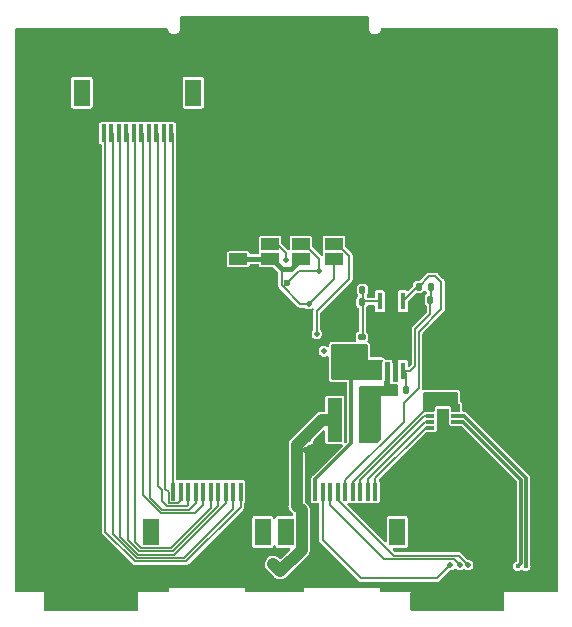
<source format=gbl>
G04 #@! TF.GenerationSoftware,KiCad,Pcbnew,7.0.2*
G04 #@! TF.CreationDate,2023-06-06T15:19:24-04:00*
G04 #@! TF.ProjectId,ExternalFaces,45787465-726e-4616-9c46-616365732e6b,rev?*
G04 #@! TF.SameCoordinates,Original*
G04 #@! TF.FileFunction,Copper,L4,Bot*
G04 #@! TF.FilePolarity,Positive*
%FSLAX46Y46*%
G04 Gerber Fmt 4.6, Leading zero omitted, Abs format (unit mm)*
G04 Created by KiCad (PCBNEW 7.0.2) date 2023-06-06 15:19:24*
%MOMM*%
%LPD*%
G01*
G04 APERTURE LIST*
G04 Aperture macros list*
%AMRoundRect*
0 Rectangle with rounded corners*
0 $1 Rounding radius*
0 $2 $3 $4 $5 $6 $7 $8 $9 X,Y pos of 4 corners*
0 Add a 4 corners polygon primitive as box body*
4,1,4,$2,$3,$4,$5,$6,$7,$8,$9,$2,$3,0*
0 Add four circle primitives for the rounded corners*
1,1,$1+$1,$2,$3*
1,1,$1+$1,$4,$5*
1,1,$1+$1,$6,$7*
1,1,$1+$1,$8,$9*
0 Add four rect primitives between the rounded corners*
20,1,$1+$1,$2,$3,$4,$5,0*
20,1,$1+$1,$4,$5,$6,$7,0*
20,1,$1+$1,$6,$7,$8,$9,0*
20,1,$1+$1,$8,$9,$2,$3,0*%
G04 Aperture macros list end*
G04 #@! TA.AperFunction,SMDPad,CuDef*
%ADD10RoundRect,0.135000X0.185000X-0.135000X0.185000X0.135000X-0.185000X0.135000X-0.185000X-0.135000X0*%
G04 #@! TD*
G04 #@! TA.AperFunction,SMDPad,CuDef*
%ADD11R,1.500000X1.000000*%
G04 #@! TD*
G04 #@! TA.AperFunction,SMDPad,CuDef*
%ADD12R,0.380000X1.520000*%
G04 #@! TD*
G04 #@! TA.AperFunction,SMDPad,CuDef*
%ADD13R,1.400000X2.290000*%
G04 #@! TD*
G04 #@! TA.AperFunction,SMDPad,CuDef*
%ADD14RoundRect,0.140000X-0.140000X-0.170000X0.140000X-0.170000X0.140000X0.170000X-0.140000X0.170000X0*%
G04 #@! TD*
G04 #@! TA.AperFunction,SMDPad,CuDef*
%ADD15RoundRect,0.140000X0.170000X-0.140000X0.170000X0.140000X-0.170000X0.140000X-0.170000X-0.140000X0*%
G04 #@! TD*
G04 #@! TA.AperFunction,SMDPad,CuDef*
%ADD16R,0.700000X0.300000*%
G04 #@! TD*
G04 #@! TA.AperFunction,SMDPad,CuDef*
%ADD17R,1.000000X1.700000*%
G04 #@! TD*
G04 #@! TA.AperFunction,SMDPad,CuDef*
%ADD18R,0.450000X1.475000*%
G04 #@! TD*
G04 #@! TA.AperFunction,SMDPad,CuDef*
%ADD19RoundRect,0.135000X0.135000X0.185000X-0.135000X0.185000X-0.135000X-0.185000X0.135000X-0.185000X0*%
G04 #@! TD*
G04 #@! TA.AperFunction,SMDPad,CuDef*
%ADD20RoundRect,0.140000X-0.170000X0.140000X-0.170000X-0.140000X0.170000X-0.140000X0.170000X0.140000X0*%
G04 #@! TD*
G04 #@! TA.AperFunction,SMDPad,CuDef*
%ADD21RoundRect,0.140000X0.140000X0.170000X-0.140000X0.170000X-0.140000X-0.170000X0.140000X-0.170000X0*%
G04 #@! TD*
G04 #@! TA.AperFunction,SMDPad,CuDef*
%ADD22R,1.200000X3.700000*%
G04 #@! TD*
G04 #@! TA.AperFunction,SMDPad,CuDef*
%ADD23R,0.900000X1.200000*%
G04 #@! TD*
G04 #@! TA.AperFunction,ViaPad*
%ADD24C,0.600000*%
G04 #@! TD*
G04 #@! TA.AperFunction,ViaPad*
%ADD25C,0.500000*%
G04 #@! TD*
G04 #@! TA.AperFunction,ViaPad*
%ADD26C,0.400000*%
G04 #@! TD*
G04 #@! TA.AperFunction,Conductor*
%ADD27C,0.200000*%
G04 #@! TD*
G04 #@! TA.AperFunction,Conductor*
%ADD28C,0.400000*%
G04 #@! TD*
G04 #@! TA.AperFunction,Conductor*
%ADD29C,1.000000*%
G04 #@! TD*
G04 #@! TA.AperFunction,Conductor*
%ADD30C,0.300000*%
G04 #@! TD*
G04 APERTURE END LIST*
D10*
X135900000Y-100010000D03*
X135900000Y-98990000D03*
D11*
X125450000Y-92400000D03*
X125450000Y-91100000D03*
D12*
X120577500Y-112070000D03*
X119942500Y-112070000D03*
X121847500Y-112070000D03*
X121212500Y-112070000D03*
X123117500Y-112070000D03*
X122482500Y-112070000D03*
X124387500Y-112070000D03*
X123752500Y-112070000D03*
X125657500Y-112070000D03*
X125022500Y-112070000D03*
D13*
X127510000Y-115500000D03*
X118090000Y-115500000D03*
D14*
X140745000Y-95838000D03*
X141705000Y-95838000D03*
D15*
X142618750Y-104017500D03*
X142618750Y-103057500D03*
D16*
X143818750Y-105150000D03*
X143818750Y-105650000D03*
X143818750Y-106150000D03*
X143818750Y-106650000D03*
X141718750Y-106650000D03*
X141718750Y-106150000D03*
X141718750Y-105650000D03*
X141718750Y-105150000D03*
D17*
X142768750Y-105900000D03*
D15*
X134800000Y-99980000D03*
X134800000Y-99020000D03*
D18*
X139375000Y-101838000D03*
X138725000Y-101838000D03*
X138075000Y-101838000D03*
X137425000Y-101838000D03*
X137425000Y-95962000D03*
X138075000Y-95962000D03*
X138725000Y-95962000D03*
X139375000Y-95962000D03*
D19*
X141725000Y-94738000D03*
X140705000Y-94738000D03*
D12*
X131977500Y-112070000D03*
X131342500Y-112070000D03*
X133247500Y-112070000D03*
X132612500Y-112070000D03*
X134517500Y-112070000D03*
X133882500Y-112070000D03*
X135787500Y-112070000D03*
X135152500Y-112070000D03*
X137057500Y-112070000D03*
X136422500Y-112070000D03*
D13*
X138910000Y-115500000D03*
X129490000Y-115500000D03*
D19*
X135955000Y-95000000D03*
X134935000Y-95000000D03*
D20*
X131300000Y-107620000D03*
X131300000Y-108580000D03*
D11*
X133550000Y-92400000D03*
X133550000Y-91100000D03*
D15*
X141618750Y-104017500D03*
X141618750Y-103057500D03*
D21*
X135905000Y-96038000D03*
X134945000Y-96038000D03*
D11*
X130750000Y-92400000D03*
X130750000Y-91100000D03*
D22*
X136400000Y-106000000D03*
X133600000Y-106000000D03*
D11*
X128150000Y-92400000D03*
X128150000Y-91100000D03*
D15*
X133700000Y-99980000D03*
X133700000Y-99020000D03*
D20*
X143618750Y-103070000D03*
X143618750Y-104030000D03*
D23*
X135750000Y-101700000D03*
X132450000Y-101700000D03*
D19*
X139610000Y-103500000D03*
X138590000Y-103500000D03*
D12*
X119140000Y-81730000D03*
X119775000Y-81730000D03*
X117870000Y-81730000D03*
X118505000Y-81730000D03*
X116600000Y-81730000D03*
X117235000Y-81730000D03*
X115330000Y-81730000D03*
X115965000Y-81730000D03*
X114060000Y-81730000D03*
X114695000Y-81730000D03*
D13*
X112207500Y-78300000D03*
X121627500Y-78300000D03*
D24*
X129600000Y-94400000D03*
D25*
X132300000Y-93400000D03*
X144200000Y-118300000D03*
D24*
X133100000Y-96700000D03*
X125500000Y-99600000D03*
D25*
X131400000Y-96200000D03*
X144900000Y-118300000D03*
X129450000Y-92500000D03*
X132100000Y-98700000D03*
X143400000Y-118300000D03*
X128400000Y-118200000D03*
X129000000Y-118800000D03*
D26*
X149100000Y-118400000D03*
X149800000Y-118400000D03*
D25*
X132700000Y-100200000D03*
D27*
X132300000Y-92400000D02*
X132300000Y-93400000D01*
X130750000Y-91100000D02*
X131000000Y-91100000D01*
X133247500Y-113247500D02*
X133247500Y-112070000D01*
X144200000Y-118300000D02*
X143700000Y-117800000D01*
X130600000Y-93400000D02*
X132300000Y-93400000D01*
X143700000Y-117800000D02*
X137800000Y-117800000D01*
X129600000Y-94400000D02*
X130600000Y-93400000D01*
X137800000Y-117800000D02*
X133247500Y-113247500D01*
X131000000Y-91100000D02*
X132300000Y-92400000D01*
D28*
X129150000Y-93250000D02*
X129900000Y-93250000D01*
D27*
X129110000Y-93290000D02*
X129110000Y-94602965D01*
X129150000Y-93250000D02*
X129110000Y-93290000D01*
D28*
X128150000Y-92400000D02*
X125550000Y-92400000D01*
D27*
X130707035Y-96200000D02*
X131400000Y-96200000D01*
D28*
X129900000Y-93250000D02*
X130750000Y-92400000D01*
D27*
X133550000Y-92400000D02*
X133550000Y-94050000D01*
X133550000Y-94050000D02*
X131400000Y-96200000D01*
X130850000Y-92500000D02*
X130750000Y-92400000D01*
D28*
X128150000Y-92400000D02*
X128300000Y-92400000D01*
D27*
X129110000Y-94602965D02*
X130707035Y-96200000D01*
D28*
X128300000Y-92400000D02*
X129150000Y-93250000D01*
D27*
X136010000Y-96050000D02*
X135960000Y-96100000D01*
X135980000Y-98910000D02*
X135900000Y-98990000D01*
X136010000Y-95000000D02*
X136010000Y-96050000D01*
X136118000Y-95962000D02*
X135980000Y-96100000D01*
X137425000Y-95962000D02*
X136118000Y-95962000D01*
X135980000Y-96100000D02*
X135980000Y-98910000D01*
X129450000Y-91850000D02*
X129450000Y-92500000D01*
X133882500Y-112782500D02*
X133882500Y-112070000D01*
X128700000Y-91100000D02*
X129450000Y-91850000D01*
X128150000Y-91100000D02*
X128600000Y-91100000D01*
X128600000Y-91100000D02*
X128700000Y-91100000D01*
X129450000Y-92500000D02*
X129450000Y-92450000D01*
X144900000Y-118300000D02*
X144100000Y-117500000D01*
X138600000Y-117500000D02*
X133882500Y-112782500D01*
X144100000Y-117500000D02*
X138600000Y-117500000D01*
X135799794Y-119400500D02*
X132612500Y-116213206D01*
X134850000Y-92150000D02*
X134850000Y-94050000D01*
X133800000Y-91100000D02*
X134850000Y-92150000D01*
X133550000Y-91100000D02*
X133800000Y-91100000D01*
X134850000Y-94050000D02*
X132100000Y-96800000D01*
X132612500Y-116213206D02*
X132612500Y-112070000D01*
X132200000Y-98600000D02*
X132100000Y-98700000D01*
X143400000Y-118300000D02*
X142299500Y-119400500D01*
X142299500Y-119400500D02*
X135799794Y-119400500D01*
X132100000Y-96800000D02*
X132100000Y-98700000D01*
D29*
X129000000Y-118800000D02*
X130800000Y-117000000D01*
X132537624Y-106000000D02*
X133600000Y-106000000D01*
X130800000Y-113657500D02*
X130400000Y-113257500D01*
X130400000Y-108137624D02*
X132537624Y-106000000D01*
X130800000Y-117000000D02*
X130800000Y-113657500D01*
X129000000Y-118800000D02*
X128400000Y-118200000D01*
X130400000Y-113257500D02*
X130400000Y-108137624D01*
D27*
X141288750Y-105150000D02*
X135152500Y-111286250D01*
X141668750Y-105150000D02*
X141288750Y-105150000D01*
X135152500Y-111286250D02*
X135152500Y-112070000D01*
D30*
X149400000Y-111081250D02*
X144468750Y-106150000D01*
X149800000Y-118400000D02*
X149800000Y-110900000D01*
X149400000Y-118100000D02*
X149400000Y-111081250D01*
X144468750Y-106150000D02*
X143818750Y-106150000D01*
X149800000Y-110900000D02*
X144550000Y-105650000D01*
X149100000Y-118400000D02*
X149400000Y-118100000D01*
X144550000Y-105650000D02*
X143818750Y-105650000D01*
D27*
X141350000Y-106650000D02*
X141718750Y-106650000D01*
X137057500Y-112070000D02*
X137057500Y-110942500D01*
X137057500Y-110942500D02*
X141350000Y-106650000D01*
X141288750Y-106150000D02*
X136422500Y-111016250D01*
X136422500Y-111016250D02*
X136422500Y-112070000D01*
X141668750Y-106150000D02*
X141288750Y-106150000D01*
X135787500Y-111060666D02*
X135787500Y-112070000D01*
X141198166Y-105650000D02*
X135787500Y-111060666D01*
X141668750Y-105650000D02*
X141198166Y-105650000D01*
X141725000Y-94738000D02*
X141725000Y-95818000D01*
X141725000Y-95818000D02*
X141705000Y-95838000D01*
X139375000Y-101838000D02*
X140025000Y-101838000D01*
X139610000Y-103500000D02*
X139610000Y-102073000D01*
X140425000Y-98338000D02*
X141705000Y-97058000D01*
X140025000Y-101838000D02*
X140425000Y-101438000D01*
X139610000Y-102073000D02*
X139375000Y-101838000D01*
X140425000Y-101438000D02*
X140425000Y-98338000D01*
X141705000Y-97058000D02*
X141705000Y-95838000D01*
D30*
X135000000Y-102450000D02*
X135750000Y-101700000D01*
X131977500Y-112070000D02*
X131977500Y-111010000D01*
X131977500Y-111010000D02*
X135000000Y-107987500D01*
X135000000Y-107987500D02*
X135000000Y-102450000D01*
D27*
X140725000Y-103338000D02*
X140725000Y-98538000D01*
X142625000Y-94338000D02*
X142125000Y-93838000D01*
X142125000Y-93838000D02*
X141605000Y-93838000D01*
X142625000Y-96638000D02*
X142625000Y-94338000D01*
X139485000Y-106142500D02*
X134517500Y-111110000D01*
X140725000Y-98538000D02*
X142625000Y-96638000D01*
X134517500Y-111110000D02*
X134517500Y-112070000D01*
X139433000Y-96020000D02*
X139375000Y-95962000D01*
X139485000Y-104578000D02*
X139485000Y-106142500D01*
X140705000Y-94738000D02*
X140599000Y-94738000D01*
X140599000Y-94738000D02*
X139375000Y-95962000D01*
X141605000Y-93838000D02*
X140705000Y-94738000D01*
X139485000Y-104578000D02*
X140725000Y-103338000D01*
X120322500Y-113020000D02*
X120577500Y-112765000D01*
X120577500Y-112765000D02*
X120577500Y-112070000D01*
X119562500Y-113020000D02*
X120322500Y-113020000D01*
X119265000Y-81730000D02*
X119265000Y-111836752D01*
X119562500Y-112134252D02*
X119562500Y-113020000D01*
X119265000Y-111836752D02*
X119562500Y-112134252D01*
X119900000Y-81730000D02*
X119900000Y-112027500D01*
X119900000Y-112027500D02*
X119942500Y-112070000D01*
X119013296Y-113599002D02*
X121303498Y-113599002D01*
X117995000Y-81730000D02*
X117995000Y-112580706D01*
X121303498Y-113599002D02*
X121847500Y-113055000D01*
X117995000Y-112580706D02*
X119013296Y-113599002D01*
X121847500Y-113055000D02*
X121847500Y-112070000D01*
X121090499Y-113309501D02*
X121212500Y-113187500D01*
X118630000Y-111611168D02*
X118979002Y-111960170D01*
X119442585Y-113309501D02*
X121090499Y-113309501D01*
X118979002Y-111960170D02*
X118979002Y-112845918D01*
X118979002Y-112845918D02*
X119442585Y-113309501D01*
X118630000Y-81730000D02*
X118630000Y-111611168D01*
X121212500Y-113187500D02*
X121212500Y-112070000D01*
X116725000Y-116360000D02*
X117200000Y-116835000D01*
X119763668Y-116835000D02*
X123117500Y-113481168D01*
X117200000Y-116835000D02*
X119763668Y-116835000D01*
X123117500Y-113481168D02*
X123117500Y-112070000D01*
X116725000Y-81730000D02*
X116725000Y-116360000D01*
X121811497Y-113888503D02*
X122482500Y-113217500D01*
X117360000Y-81730000D02*
X117360000Y-112355122D01*
X122482500Y-113217500D02*
X122482500Y-112070000D01*
X118893381Y-113888503D02*
X121811497Y-113888503D01*
X117360000Y-112355122D02*
X118893381Y-113888503D01*
X116960170Y-117414002D02*
X120003498Y-117414002D01*
X115455000Y-81730000D02*
X115455000Y-115908832D01*
X124387500Y-113030000D02*
X124387500Y-112070000D01*
X120003498Y-117414002D02*
X124387500Y-113030000D01*
X115455000Y-115908832D02*
X116960170Y-117414002D01*
X116090000Y-81730000D02*
X116090000Y-116134416D01*
X119883583Y-117124501D02*
X123752500Y-113255584D01*
X123752500Y-113255584D02*
X123752500Y-112070000D01*
X116090000Y-116134416D02*
X117080085Y-117124501D01*
X117080085Y-117124501D02*
X119883583Y-117124501D01*
X121006996Y-117993004D02*
X125657500Y-113342500D01*
X116720340Y-117993004D02*
X121006996Y-117993004D01*
X125657500Y-113342500D02*
X125657500Y-112070000D01*
X114185000Y-81730000D02*
X114185000Y-115457664D01*
X114185000Y-115457664D02*
X116720340Y-117993004D01*
X116840255Y-117703503D02*
X120887081Y-117703503D01*
X114820000Y-81730000D02*
X114820000Y-115683248D01*
X114820000Y-115683248D02*
X116840255Y-117703503D01*
X125022500Y-113568084D02*
X125022500Y-112070000D01*
X120887081Y-117703503D02*
X125022500Y-113568084D01*
G04 #@! TA.AperFunction,Conductor*
G36*
X136433691Y-71844407D02*
G01*
X136469655Y-71893907D01*
X136474500Y-71924500D01*
X136474500Y-72791714D01*
X136474500Y-72791715D01*
X136474500Y-72800000D01*
X136474500Y-72869183D01*
X136510312Y-73002836D01*
X136579495Y-73122665D01*
X136677335Y-73220505D01*
X136797164Y-73289688D01*
X136930817Y-73325500D01*
X136930818Y-73325500D01*
X137069182Y-73325500D01*
X137069183Y-73325500D01*
X137202836Y-73289688D01*
X137322665Y-73220505D01*
X137420505Y-73122665D01*
X137489688Y-73002836D01*
X137517543Y-72898875D01*
X137550867Y-72847563D01*
X137607989Y-72825636D01*
X137613170Y-72825500D01*
X139494928Y-72825500D01*
X152375500Y-72825500D01*
X152433691Y-72844407D01*
X152469655Y-72893907D01*
X152474500Y-72924500D01*
X152474500Y-120475500D01*
X152455593Y-120533691D01*
X152406093Y-120569655D01*
X152375500Y-120574500D01*
X148024765Y-120574500D01*
X148014204Y-120572399D01*
X148000002Y-120572399D01*
X148000001Y-120572399D01*
X148000000Y-120572399D01*
X147994928Y-120574500D01*
X147986468Y-120578004D01*
X147980484Y-120580482D01*
X147980482Y-120580484D01*
X147972399Y-120600000D01*
X147972399Y-120614204D01*
X147974500Y-120624765D01*
X147974500Y-122075500D01*
X147955593Y-122133691D01*
X147906093Y-122169655D01*
X147875500Y-122174500D01*
X140124500Y-122174500D01*
X140066309Y-122155593D01*
X140030345Y-122106093D01*
X140025500Y-122075500D01*
X140025500Y-120624765D01*
X140027601Y-120614204D01*
X140027601Y-120600000D01*
X140019517Y-120580484D01*
X140019517Y-120580483D01*
X140005072Y-120574500D01*
X140000000Y-120572399D01*
X139985796Y-120572399D01*
X139975235Y-120574500D01*
X137524500Y-120574500D01*
X137466309Y-120555593D01*
X137430345Y-120506093D01*
X137425500Y-120475500D01*
X137425500Y-120324765D01*
X137427601Y-120314204D01*
X137427601Y-120300000D01*
X137419517Y-120280484D01*
X137419517Y-120280483D01*
X137405072Y-120274500D01*
X137400000Y-120272399D01*
X137385796Y-120272399D01*
X137375235Y-120274500D01*
X131024765Y-120274500D01*
X131014204Y-120272399D01*
X131000002Y-120272399D01*
X131000001Y-120272399D01*
X131000000Y-120272399D01*
X130994928Y-120274500D01*
X130986468Y-120278004D01*
X130980484Y-120280482D01*
X130980482Y-120280484D01*
X130972399Y-120300000D01*
X130972398Y-120314204D01*
X130974499Y-120324764D01*
X130974500Y-120475499D01*
X130955593Y-120533690D01*
X130906093Y-120569654D01*
X130875500Y-120574500D01*
X126124500Y-120574500D01*
X126066309Y-120555593D01*
X126030345Y-120506093D01*
X126025500Y-120475500D01*
X126025500Y-120324765D01*
X126027600Y-120314204D01*
X126027601Y-120300000D01*
X126019517Y-120280484D01*
X126019517Y-120280483D01*
X126005072Y-120274500D01*
X126000000Y-120272399D01*
X125985796Y-120272399D01*
X125975235Y-120274500D01*
X119624765Y-120274500D01*
X119614204Y-120272399D01*
X119600002Y-120272399D01*
X119600001Y-120272399D01*
X119600000Y-120272399D01*
X119594928Y-120274500D01*
X119586468Y-120278004D01*
X119580484Y-120280482D01*
X119580482Y-120280484D01*
X119572399Y-120300000D01*
X119572399Y-120314204D01*
X119574499Y-120324764D01*
X119574500Y-120475499D01*
X119555593Y-120533690D01*
X119506093Y-120569654D01*
X119475500Y-120574500D01*
X117024765Y-120574500D01*
X117014204Y-120572399D01*
X117000002Y-120572399D01*
X117000001Y-120572399D01*
X117000000Y-120572399D01*
X116994928Y-120574500D01*
X116986468Y-120578004D01*
X116980484Y-120580482D01*
X116980482Y-120580484D01*
X116972399Y-120600000D01*
X116972399Y-120614204D01*
X116974500Y-120624765D01*
X116974500Y-122075500D01*
X116955593Y-122133691D01*
X116906093Y-122169655D01*
X116875500Y-122174500D01*
X109124500Y-122174500D01*
X109066309Y-122155593D01*
X109030345Y-122106093D01*
X109025500Y-122075500D01*
X109025500Y-120624765D01*
X109027601Y-120614204D01*
X109027601Y-120600000D01*
X109019517Y-120580484D01*
X109019517Y-120580483D01*
X109005072Y-120574500D01*
X109000000Y-120572399D01*
X108985796Y-120572399D01*
X108975235Y-120574500D01*
X106624500Y-120574500D01*
X106566309Y-120555593D01*
X106530345Y-120506093D01*
X106525500Y-120475500D01*
X106525500Y-82509746D01*
X113669500Y-82509746D01*
X113681133Y-82568231D01*
X113725447Y-82634552D01*
X113769761Y-82664162D01*
X113791769Y-82678867D01*
X113804813Y-82681461D01*
X113858197Y-82711356D01*
X113883814Y-82766921D01*
X113884500Y-82778559D01*
X113884500Y-115392498D01*
X113881902Y-115408422D01*
X113884394Y-115462305D01*
X113884500Y-115466877D01*
X113884500Y-115485509D01*
X113884521Y-115485622D01*
X113886101Y-115499242D01*
X113887414Y-115527655D01*
X113891384Y-115536646D01*
X113898132Y-115558437D01*
X113899938Y-115568096D01*
X113914911Y-115592280D01*
X113921300Y-115604400D01*
X113932794Y-115630429D01*
X113932795Y-115630430D01*
X113939743Y-115637379D01*
X113953910Y-115655264D01*
X113959081Y-115663617D01*
X113981772Y-115680751D01*
X113992117Y-115689752D01*
X116461776Y-118159411D01*
X116471197Y-118172505D01*
X116511066Y-118208851D01*
X116514371Y-118212007D01*
X116527541Y-118225177D01*
X116527635Y-118225241D01*
X116538379Y-118233750D01*
X116559407Y-118252920D01*
X116568570Y-118256469D01*
X116588753Y-118267107D01*
X116596859Y-118272660D01*
X116624551Y-118279173D01*
X116637638Y-118283226D01*
X116664167Y-118293504D01*
X116673992Y-118293504D01*
X116696657Y-118296133D01*
X116706221Y-118298383D01*
X116734393Y-118294452D01*
X116748071Y-118293504D01*
X120941831Y-118293504D01*
X120957751Y-118296101D01*
X120964760Y-118295776D01*
X120964761Y-118295777D01*
X121011637Y-118293610D01*
X121016210Y-118293504D01*
X121034840Y-118293504D01*
X121034947Y-118293484D01*
X121048567Y-118291902D01*
X121076988Y-118290589D01*
X121085978Y-118286619D01*
X121107768Y-118279870D01*
X121117429Y-118278065D01*
X121141619Y-118263086D01*
X121153718Y-118256708D01*
X121179761Y-118245210D01*
X121186706Y-118238263D01*
X121204593Y-118224095D01*
X121212948Y-118218923D01*
X121230091Y-118196220D01*
X121239078Y-118185891D01*
X122760223Y-116664746D01*
X126609500Y-116664746D01*
X126621133Y-116723231D01*
X126665447Y-116789552D01*
X126709761Y-116819162D01*
X126731769Y-116833867D01*
X126790252Y-116845500D01*
X126790253Y-116845500D01*
X128229747Y-116845500D01*
X128229748Y-116845500D01*
X128288231Y-116833867D01*
X128354552Y-116789552D01*
X128398867Y-116723231D01*
X128402902Y-116702943D01*
X128432798Y-116649560D01*
X128488363Y-116623944D01*
X128548373Y-116635881D01*
X128589906Y-116680810D01*
X128597098Y-116702944D01*
X128601133Y-116723231D01*
X128645447Y-116789552D01*
X128689761Y-116819162D01*
X128711769Y-116833867D01*
X128770252Y-116845500D01*
X129724835Y-116845500D01*
X129783026Y-116864407D01*
X129818990Y-116913907D01*
X129818990Y-116975093D01*
X129794839Y-117014504D01*
X129070004Y-117739339D01*
X129015487Y-117767116D01*
X128955055Y-117757545D01*
X128929996Y-117739339D01*
X128867476Y-117676819D01*
X128865367Y-117674710D01*
X128826843Y-117644528D01*
X128765059Y-117596123D01*
X128609928Y-117526303D01*
X128442606Y-117495641D01*
X128272804Y-117505913D01*
X128110395Y-117556521D01*
X127964816Y-117644527D01*
X127844527Y-117764816D01*
X127756521Y-117910395D01*
X127705913Y-118072804D01*
X127695641Y-118242606D01*
X127726303Y-118409928D01*
X127734539Y-118428227D01*
X127778229Y-118525302D01*
X127796123Y-118565059D01*
X127857944Y-118643967D01*
X127874710Y-118665367D01*
X128444528Y-119235184D01*
X128444528Y-119235185D01*
X128504670Y-119295328D01*
X128564814Y-119355472D01*
X128596218Y-119374456D01*
X128606058Y-119381248D01*
X128634941Y-119403877D01*
X128634942Y-119403877D01*
X128634943Y-119403878D01*
X128668412Y-119418941D01*
X128678981Y-119424488D01*
X128710394Y-119443478D01*
X128745436Y-119454397D01*
X128756601Y-119458631D01*
X128790068Y-119473694D01*
X128826170Y-119480309D01*
X128837766Y-119483168D01*
X128872800Y-119494085D01*
X128872804Y-119494086D01*
X128909449Y-119496302D01*
X128921293Y-119497741D01*
X128957394Y-119504357D01*
X128994026Y-119502141D01*
X129005960Y-119502141D01*
X129042606Y-119504358D01*
X129078720Y-119497739D01*
X129090558Y-119496301D01*
X129127196Y-119494086D01*
X129162228Y-119483169D01*
X129173820Y-119480312D01*
X129209932Y-119473695D01*
X129243403Y-119458629D01*
X129254571Y-119454393D01*
X129289606Y-119443478D01*
X129321022Y-119424485D01*
X129331580Y-119418944D01*
X129365057Y-119403878D01*
X129393950Y-119381240D01*
X129403773Y-119374460D01*
X129435185Y-119355472D01*
X129555472Y-119235185D01*
X129555471Y-119235185D01*
X131278277Y-117512378D01*
X131282598Y-117508312D01*
X131328183Y-117467929D01*
X131362782Y-117417802D01*
X131366323Y-117412990D01*
X131403877Y-117365057D01*
X131408965Y-117353749D01*
X131417767Y-117338143D01*
X131424818Y-117327930D01*
X131446416Y-117270976D01*
X131448701Y-117265461D01*
X131451498Y-117259247D01*
X131473694Y-117209932D01*
X131475929Y-117197731D01*
X131480742Y-117180468D01*
X131485140Y-117168871D01*
X131492483Y-117108393D01*
X131493373Y-117102538D01*
X131504357Y-117042606D01*
X131500680Y-116981832D01*
X131500500Y-116975856D01*
X131500500Y-113681642D01*
X131500681Y-113675664D01*
X131504357Y-113614895D01*
X131500828Y-113595638D01*
X131493375Y-113554970D01*
X131492483Y-113549105D01*
X131485140Y-113488628D01*
X131480742Y-113477032D01*
X131475929Y-113459768D01*
X131474772Y-113453452D01*
X131473694Y-113447568D01*
X131456919Y-113410297D01*
X131448701Y-113392036D01*
X131446412Y-113386510D01*
X131424818Y-113329570D01*
X131417768Y-113319357D01*
X131408964Y-113303748D01*
X131403877Y-113292443D01*
X131366306Y-113244487D01*
X131362793Y-113239713D01*
X131328183Y-113189571D01*
X131328180Y-113189568D01*
X131282600Y-113149187D01*
X131278261Y-113145104D01*
X131129494Y-112996338D01*
X131101718Y-112941822D01*
X131100499Y-112926335D01*
X131100499Y-110729199D01*
X131100499Y-108468784D01*
X131119406Y-108410597D01*
X131129496Y-108398784D01*
X131398786Y-108129495D01*
X131453302Y-108101718D01*
X131468789Y-108100499D01*
X131506658Y-108100499D01*
X131509900Y-108100499D01*
X131559487Y-108093972D01*
X131668316Y-108043224D01*
X131753224Y-107958316D01*
X131803972Y-107849487D01*
X131810500Y-107799901D01*
X131810499Y-107758788D01*
X131829405Y-107700599D01*
X131839489Y-107688790D01*
X132630498Y-106897781D01*
X132685013Y-106870006D01*
X132745445Y-106879577D01*
X132788710Y-106922842D01*
X132799500Y-106967787D01*
X132799499Y-107869746D01*
X132811133Y-107928231D01*
X132855447Y-107994552D01*
X132866401Y-108001871D01*
X132921769Y-108038867D01*
X132980252Y-108050500D01*
X132980253Y-108050500D01*
X134202310Y-108050500D01*
X134260501Y-108069407D01*
X134296465Y-108118907D01*
X134296465Y-108180093D01*
X134272314Y-108219504D01*
X131762617Y-110729199D01*
X131746765Y-110742072D01*
X131736830Y-110748563D01*
X131718046Y-110772696D01*
X131709937Y-110781880D01*
X131709127Y-110782690D01*
X131697634Y-110798786D01*
X131695190Y-110802062D01*
X131661639Y-110845169D01*
X131659813Y-110848716D01*
X131644217Y-110901097D01*
X131642970Y-110904990D01*
X131625228Y-110956672D01*
X131624657Y-110960592D01*
X131626915Y-111015175D01*
X131627000Y-111019267D01*
X131627000Y-111159283D01*
X131610316Y-111214284D01*
X131598633Y-111231768D01*
X131586999Y-111290253D01*
X131586999Y-112849746D01*
X131598633Y-112908231D01*
X131642947Y-112974552D01*
X131687262Y-113004162D01*
X131709269Y-113018867D01*
X131767752Y-113030500D01*
X131767753Y-113030500D01*
X132187245Y-113030500D01*
X132187248Y-113030500D01*
X132193686Y-113029219D01*
X132254446Y-113036410D01*
X132299377Y-113077942D01*
X132312000Y-113126317D01*
X132312000Y-116148040D01*
X132309402Y-116163961D01*
X132311893Y-116217847D01*
X132311999Y-116222414D01*
X132311999Y-116241050D01*
X132312021Y-116241165D01*
X132313601Y-116254785D01*
X132314914Y-116283197D01*
X132318884Y-116292188D01*
X132325632Y-116313979D01*
X132327438Y-116323638D01*
X132342411Y-116347822D01*
X132348800Y-116359942D01*
X132360294Y-116385971D01*
X132360295Y-116385972D01*
X132367243Y-116392921D01*
X132381410Y-116410806D01*
X132386581Y-116419159D01*
X132409272Y-116436293D01*
X132419617Y-116445294D01*
X135541230Y-119566907D01*
X135550651Y-119580001D01*
X135590520Y-119616347D01*
X135593825Y-119619503D01*
X135606995Y-119632673D01*
X135607089Y-119632737D01*
X135617833Y-119641246D01*
X135638861Y-119660416D01*
X135648024Y-119663965D01*
X135668207Y-119674603D01*
X135676313Y-119680156D01*
X135704005Y-119686669D01*
X135717092Y-119690722D01*
X135743621Y-119701000D01*
X135753446Y-119701000D01*
X135776111Y-119703629D01*
X135785675Y-119705879D01*
X135813847Y-119701948D01*
X135827525Y-119701000D01*
X142234335Y-119701000D01*
X142250255Y-119703597D01*
X142257264Y-119703272D01*
X142257265Y-119703273D01*
X142304141Y-119701106D01*
X142308714Y-119701000D01*
X142327344Y-119701000D01*
X142327451Y-119700980D01*
X142341071Y-119699398D01*
X142369492Y-119698085D01*
X142378482Y-119694115D01*
X142400272Y-119687366D01*
X142409933Y-119685561D01*
X142434123Y-119670582D01*
X142446222Y-119664204D01*
X142472265Y-119652706D01*
X142479210Y-119645759D01*
X142497097Y-119631591D01*
X142505452Y-119626419D01*
X142522595Y-119603716D01*
X142531590Y-119593380D01*
X143345476Y-118779496D01*
X143399992Y-118751719D01*
X143415479Y-118750500D01*
X143464772Y-118750500D01*
X143589069Y-118714004D01*
X143698049Y-118643967D01*
X143725181Y-118612654D01*
X143777576Y-118581058D01*
X143838537Y-118586293D01*
X143874818Y-118612653D01*
X143901951Y-118643967D01*
X144010931Y-118714004D01*
X144135228Y-118750500D01*
X144264772Y-118750500D01*
X144389069Y-118714004D01*
X144496478Y-118644976D01*
X144555651Y-118629422D01*
X144603521Y-118644976D01*
X144710931Y-118714004D01*
X144835228Y-118750500D01*
X144964772Y-118750500D01*
X145089069Y-118714004D01*
X145198049Y-118643967D01*
X145282882Y-118546063D01*
X145282881Y-118546063D01*
X145282883Y-118546062D01*
X145336697Y-118428227D01*
X145355133Y-118299999D01*
X145336697Y-118171772D01*
X145282883Y-118053937D01*
X145198050Y-117956034D01*
X145198049Y-117956033D01*
X145127033Y-117910394D01*
X145089068Y-117885995D01*
X144964772Y-117849500D01*
X144915479Y-117849500D01*
X144857288Y-117830593D01*
X144845475Y-117820504D01*
X144358566Y-117333595D01*
X144349145Y-117320501D01*
X144309273Y-117284152D01*
X144305967Y-117280995D01*
X144292796Y-117267825D01*
X144292697Y-117267757D01*
X144281954Y-117259247D01*
X144260934Y-117240085D01*
X144260933Y-117240084D01*
X144251762Y-117236531D01*
X144231587Y-117225896D01*
X144223481Y-117220344D01*
X144195797Y-117213832D01*
X144182704Y-117209777D01*
X144156175Y-117199500D01*
X144156173Y-117199500D01*
X144146348Y-117199500D01*
X144123682Y-117196870D01*
X144114119Y-117194621D01*
X144114118Y-117194621D01*
X144085947Y-117198551D01*
X144072269Y-117199500D01*
X138765480Y-117199500D01*
X138707289Y-117180593D01*
X138695476Y-117170504D01*
X138539476Y-117014504D01*
X138511699Y-116959987D01*
X138521270Y-116899555D01*
X138564535Y-116856290D01*
X138609480Y-116845500D01*
X139629747Y-116845500D01*
X139629748Y-116845500D01*
X139688231Y-116833867D01*
X139754552Y-116789552D01*
X139798867Y-116723231D01*
X139810500Y-116664748D01*
X139810500Y-114335252D01*
X139798867Y-114276769D01*
X139759030Y-114217149D01*
X139754552Y-114210447D01*
X139688231Y-114166133D01*
X139688230Y-114166133D01*
X139629748Y-114154500D01*
X138190252Y-114154500D01*
X138161010Y-114160316D01*
X138131768Y-114166133D01*
X138065447Y-114210447D01*
X138021133Y-114276768D01*
X138009500Y-114335253D01*
X138009500Y-116245520D01*
X137990593Y-116303711D01*
X137941093Y-116339675D01*
X137879907Y-116339675D01*
X137840496Y-116315524D01*
X134714938Y-113189967D01*
X134687161Y-113135450D01*
X134696732Y-113075018D01*
X134739997Y-113031753D01*
X134765627Y-113022865D01*
X134785731Y-113018867D01*
X134785730Y-113018867D01*
X134805048Y-113015025D01*
X134805162Y-113015600D01*
X134838883Y-113006089D01*
X134868642Y-113015758D01*
X134884267Y-113018866D01*
X134884269Y-113018867D01*
X134942752Y-113030500D01*
X134942753Y-113030500D01*
X135362247Y-113030500D01*
X135362248Y-113030500D01*
X135420731Y-113018867D01*
X135420731Y-113018866D01*
X135440046Y-113015025D01*
X135440160Y-113015601D01*
X135473883Y-113006089D01*
X135503642Y-113015758D01*
X135519267Y-113018866D01*
X135519269Y-113018867D01*
X135577752Y-113030500D01*
X135577753Y-113030500D01*
X135997247Y-113030500D01*
X135997248Y-113030500D01*
X136055731Y-113018867D01*
X136055731Y-113018866D01*
X136075046Y-113015025D01*
X136075160Y-113015601D01*
X136108883Y-113006089D01*
X136138642Y-113015758D01*
X136154267Y-113018866D01*
X136154269Y-113018867D01*
X136212752Y-113030500D01*
X136212753Y-113030500D01*
X136632247Y-113030500D01*
X136632248Y-113030500D01*
X136690731Y-113018867D01*
X136690731Y-113018866D01*
X136710046Y-113015025D01*
X136710160Y-113015601D01*
X136743883Y-113006089D01*
X136773642Y-113015758D01*
X136789267Y-113018866D01*
X136789269Y-113018867D01*
X136847752Y-113030500D01*
X136847753Y-113030500D01*
X137267247Y-113030500D01*
X137267248Y-113030500D01*
X137325731Y-113018867D01*
X137392052Y-112974552D01*
X137436367Y-112908231D01*
X137448000Y-112849748D01*
X137448000Y-111290252D01*
X137436367Y-111231769D01*
X137392052Y-111165448D01*
X137392051Y-111165447D01*
X137384107Y-111153558D01*
X137367498Y-111094670D01*
X137388675Y-111037266D01*
X137396410Y-111028560D01*
X141395475Y-107029496D01*
X141449992Y-107001719D01*
X141465479Y-107000500D01*
X142088497Y-107000500D01*
X142088498Y-107000500D01*
X142146981Y-106988867D01*
X142213302Y-106944552D01*
X142257617Y-106878231D01*
X142269250Y-106819748D01*
X142269250Y-106480252D01*
X142257617Y-106421769D01*
X142257615Y-106421767D01*
X142257128Y-106419315D01*
X142257128Y-106380685D01*
X142257615Y-106378232D01*
X142257617Y-106378231D01*
X142269250Y-106319748D01*
X142269250Y-105980252D01*
X142257617Y-105921769D01*
X142257615Y-105921766D01*
X142257128Y-105919316D01*
X142257128Y-105880687D01*
X142269250Y-105819746D01*
X142269250Y-105480254D01*
X142269250Y-105480252D01*
X142257617Y-105421769D01*
X142257615Y-105421767D01*
X142257128Y-105419315D01*
X142257128Y-105380685D01*
X142257615Y-105378232D01*
X142257617Y-105378231D01*
X142269250Y-105319748D01*
X142269250Y-105236701D01*
X142270469Y-105221215D01*
X142273750Y-105200500D01*
X142273750Y-105154000D01*
X142292657Y-105095809D01*
X142342157Y-105059845D01*
X142372750Y-105055000D01*
X143164750Y-105055000D01*
X143222941Y-105073907D01*
X143258905Y-105123407D01*
X143263750Y-105153999D01*
X143263750Y-105200500D01*
X143263901Y-105202423D01*
X143263902Y-105202439D01*
X143266127Y-105230707D01*
X143266128Y-105230720D01*
X143266280Y-105232644D01*
X143267031Y-105237389D01*
X143268250Y-105252871D01*
X143268250Y-105319748D01*
X143280371Y-105380687D01*
X143280371Y-105419313D01*
X143268250Y-105480251D01*
X143268250Y-105819748D01*
X143280371Y-105880687D01*
X143280371Y-105919313D01*
X143268250Y-105980251D01*
X143268250Y-106319746D01*
X143279883Y-106378231D01*
X143324197Y-106444552D01*
X143368512Y-106474162D01*
X143390519Y-106488867D01*
X143449002Y-106500500D01*
X143760262Y-106500500D01*
X144282560Y-106500500D01*
X144340751Y-106519407D01*
X144352564Y-106529496D01*
X149020504Y-111197435D01*
X149048281Y-111251952D01*
X149049500Y-111267439D01*
X149049500Y-117913809D01*
X149030593Y-117972000D01*
X149020496Y-117983820D01*
X149015572Y-117988743D01*
X148986733Y-118003445D01*
X148988665Y-118007237D01*
X148974697Y-118014353D01*
X148974696Y-118014354D01*
X148939599Y-118032237D01*
X148861659Y-118071949D01*
X148771949Y-118161659D01*
X148714353Y-118274697D01*
X148694507Y-118400000D01*
X148714353Y-118525302D01*
X148714353Y-118525303D01*
X148714354Y-118525304D01*
X148771950Y-118638342D01*
X148861658Y-118728050D01*
X148974696Y-118785646D01*
X149100000Y-118805492D01*
X149225304Y-118785646D01*
X149338342Y-118728050D01*
X149379997Y-118686394D01*
X149434511Y-118658618D01*
X149494943Y-118668189D01*
X149520002Y-118686395D01*
X149547612Y-118714004D01*
X149561658Y-118728050D01*
X149674696Y-118785646D01*
X149800000Y-118805492D01*
X149925304Y-118785646D01*
X150038342Y-118728050D01*
X150128050Y-118638342D01*
X150185646Y-118525304D01*
X150205492Y-118400000D01*
X150185646Y-118274696D01*
X150170621Y-118245208D01*
X150161290Y-118226893D01*
X150150500Y-118181949D01*
X150150500Y-110946614D01*
X150152607Y-110926298D01*
X150152785Y-110925447D01*
X150155042Y-110914685D01*
X150151260Y-110884343D01*
X150150500Y-110872098D01*
X150150500Y-110870961D01*
X150148814Y-110860859D01*
X150147242Y-110851438D01*
X150146658Y-110847430D01*
X150140573Y-110798607D01*
X150140571Y-110798604D01*
X150139896Y-110793182D01*
X150138693Y-110789426D01*
X150135049Y-110782693D01*
X150112681Y-110741360D01*
X150110813Y-110737731D01*
X150098978Y-110713523D01*
X150089198Y-110693516D01*
X150089196Y-110693514D01*
X150086801Y-110688614D01*
X150084436Y-110685441D01*
X150080418Y-110681742D01*
X150044221Y-110648420D01*
X150041294Y-110645612D01*
X144830801Y-105435119D01*
X144817925Y-105419262D01*
X144811436Y-105409330D01*
X144787309Y-105390551D01*
X144778118Y-105382435D01*
X144777310Y-105381627D01*
X144761228Y-105370145D01*
X144757949Y-105367700D01*
X144747060Y-105359225D01*
X144719126Y-105337483D01*
X144719124Y-105337482D01*
X144714822Y-105334134D01*
X144711292Y-105332316D01*
X144658909Y-105316720D01*
X144655016Y-105315472D01*
X144603328Y-105297728D01*
X144599408Y-105297157D01*
X144549065Y-105299239D01*
X144544823Y-105299415D01*
X144540733Y-105299500D01*
X144523250Y-105299500D01*
X144465059Y-105280593D01*
X144429095Y-105231093D01*
X144424250Y-105200500D01*
X144424250Y-104738448D01*
X144424250Y-104736500D01*
X144421720Y-104704356D01*
X144416875Y-104673763D01*
X144416102Y-104669213D01*
X144380158Y-104585117D01*
X144357782Y-104554319D01*
X144345505Y-104537420D01*
X144345493Y-104537405D01*
X144344194Y-104535617D01*
X144319953Y-104507872D01*
X144298905Y-104495296D01*
X144272472Y-104479503D01*
X144232216Y-104433425D01*
X144224250Y-104394517D01*
X144224250Y-103738448D01*
X144224250Y-103736500D01*
X144221720Y-103704356D01*
X144216875Y-103673763D01*
X144216102Y-103669213D01*
X144180158Y-103585117D01*
X144172934Y-103575174D01*
X144145505Y-103537420D01*
X144145493Y-103537405D01*
X144144194Y-103535617D01*
X144119953Y-103507872D01*
X144041443Y-103460964D01*
X143983252Y-103442057D01*
X143983246Y-103442055D01*
X143919753Y-103432000D01*
X143919750Y-103432000D01*
X141217750Y-103432000D01*
X141215827Y-103432151D01*
X141215810Y-103432152D01*
X141187542Y-103434377D01*
X141187526Y-103434378D01*
X141185606Y-103434530D01*
X141183705Y-103434830D01*
X141183680Y-103434834D01*
X141155012Y-103439375D01*
X141155013Y-103439375D01*
X141150463Y-103440148D01*
X141150459Y-103440149D01*
X141145652Y-103440967D01*
X141085120Y-103432046D01*
X141041393Y-103389248D01*
X141031064Y-103357033D01*
X141026449Y-103323943D01*
X141025500Y-103310268D01*
X141025500Y-98703478D01*
X141044407Y-98645287D01*
X141054490Y-98633480D01*
X142791405Y-96896564D01*
X142804496Y-96887147D01*
X142809225Y-96881959D01*
X142809228Y-96881958D01*
X142840877Y-96847239D01*
X142843994Y-96843975D01*
X142857174Y-96830797D01*
X142857238Y-96830702D01*
X142865745Y-96819961D01*
X142884916Y-96798933D01*
X142888466Y-96789766D01*
X142899109Y-96769578D01*
X142904657Y-96761480D01*
X142911171Y-96733782D01*
X142915223Y-96720700D01*
X142915786Y-96719248D01*
X142925500Y-96694173D01*
X142925500Y-96684348D01*
X142928130Y-96661679D01*
X142928774Y-96658941D01*
X142930379Y-96652119D01*
X142926449Y-96623946D01*
X142925500Y-96610268D01*
X142925500Y-94403167D01*
X142928097Y-94387247D01*
X142927693Y-94378517D01*
X142925606Y-94333358D01*
X142925500Y-94328786D01*
X142925500Y-94310156D01*
X142925480Y-94310050D01*
X142923898Y-94296430D01*
X142922585Y-94268009D01*
X142918614Y-94259016D01*
X142911866Y-94237225D01*
X142910061Y-94227567D01*
X142910060Y-94227565D01*
X142895086Y-94203381D01*
X142888693Y-94191251D01*
X142877206Y-94165234D01*
X142870256Y-94158284D01*
X142856090Y-94140399D01*
X142850919Y-94132048D01*
X142828221Y-94114907D01*
X142817879Y-94105908D01*
X142383566Y-93671595D01*
X142374145Y-93658501D01*
X142360501Y-93646063D01*
X142334273Y-93622152D01*
X142330967Y-93618995D01*
X142317796Y-93605825D01*
X142317697Y-93605757D01*
X142306954Y-93597247D01*
X142302013Y-93592743D01*
X142285933Y-93578084D01*
X142276762Y-93574531D01*
X142256587Y-93563896D01*
X142248481Y-93558344D01*
X142220797Y-93551832D01*
X142207704Y-93547777D01*
X142181175Y-93537500D01*
X142181173Y-93537500D01*
X142171348Y-93537500D01*
X142148682Y-93534870D01*
X142139119Y-93532621D01*
X142139118Y-93532621D01*
X142110947Y-93536551D01*
X142097269Y-93537500D01*
X141670165Y-93537500D01*
X141654244Y-93534902D01*
X141600358Y-93537394D01*
X141595786Y-93537500D01*
X141577154Y-93537500D01*
X141577031Y-93537523D01*
X141563420Y-93539101D01*
X141535008Y-93540414D01*
X141526015Y-93544385D01*
X141504228Y-93551132D01*
X141494566Y-93552938D01*
X141470381Y-93567912D01*
X141458261Y-93574301D01*
X141432234Y-93585794D01*
X141425285Y-93592743D01*
X141407408Y-93606904D01*
X141399047Y-93612081D01*
X141381907Y-93634777D01*
X141372910Y-93645116D01*
X140829525Y-94188503D01*
X140775008Y-94216281D01*
X140759521Y-94217500D01*
X140530684Y-94217500D01*
X140527471Y-94217922D01*
X140527470Y-94217923D01*
X140481825Y-94223932D01*
X140374598Y-94273933D01*
X140290933Y-94357598D01*
X140240932Y-94464825D01*
X140234923Y-94510470D01*
X140234500Y-94513684D01*
X140234500Y-94516924D01*
X140234500Y-94636520D01*
X140215593Y-94694711D01*
X140205503Y-94706524D01*
X139854470Y-95057556D01*
X139799954Y-95085333D01*
X139739522Y-95075762D01*
X139729465Y-95069867D01*
X139678231Y-95035633D01*
X139678230Y-95035632D01*
X139619748Y-95024000D01*
X139130252Y-95024000D01*
X139101010Y-95029816D01*
X139071768Y-95035633D01*
X139005447Y-95079947D01*
X138961133Y-95146268D01*
X138961132Y-95146269D01*
X138961133Y-95146269D01*
X138949500Y-95204752D01*
X138949500Y-96719248D01*
X138958628Y-96765137D01*
X138961133Y-96777731D01*
X139005447Y-96844052D01*
X139049762Y-96873662D01*
X139071769Y-96888367D01*
X139130252Y-96900000D01*
X139130253Y-96900000D01*
X139619747Y-96900000D01*
X139619748Y-96900000D01*
X139678231Y-96888367D01*
X139744552Y-96844052D01*
X139788867Y-96777731D01*
X139800500Y-96719248D01*
X139800500Y-96002478D01*
X139819407Y-95944287D01*
X139829490Y-95932480D01*
X140474474Y-95287495D01*
X140528991Y-95259719D01*
X140544478Y-95258500D01*
X140876075Y-95258500D01*
X140879316Y-95258500D01*
X140928173Y-95252068D01*
X141035404Y-95202065D01*
X141119065Y-95118404D01*
X141125276Y-95105083D01*
X141167003Y-95060337D01*
X141227064Y-95048662D01*
X141282517Y-95074520D01*
X141304722Y-95105081D01*
X141310935Y-95118404D01*
X141394596Y-95202065D01*
X141394597Y-95202065D01*
X141395504Y-95202972D01*
X141423281Y-95257489D01*
X141424500Y-95272976D01*
X141424500Y-95294745D01*
X141405593Y-95352936D01*
X141367342Y-95384468D01*
X141366684Y-95384774D01*
X141281775Y-95469684D01*
X141231028Y-95578511D01*
X141225475Y-95620691D01*
X141224500Y-95628099D01*
X141224500Y-95631338D01*
X141224500Y-95631339D01*
X141224500Y-96044657D01*
X141224500Y-96044672D01*
X141224501Y-96047900D01*
X141224923Y-96051108D01*
X141224924Y-96051119D01*
X141231027Y-96097486D01*
X141259971Y-96159555D01*
X141281776Y-96206316D01*
X141366684Y-96291224D01*
X141366685Y-96291224D01*
X141375504Y-96300043D01*
X141403281Y-96354560D01*
X141404500Y-96370047D01*
X141404500Y-96892520D01*
X141385593Y-96950711D01*
X141375504Y-96962524D01*
X140258589Y-98079438D01*
X140245497Y-98088859D01*
X140209141Y-98128737D01*
X140205989Y-98132038D01*
X140192825Y-98145203D01*
X140192754Y-98145307D01*
X140184256Y-98156034D01*
X140165083Y-98177067D01*
X140161530Y-98186238D01*
X140150895Y-98206414D01*
X140145343Y-98214519D01*
X140138830Y-98242207D01*
X140134777Y-98255296D01*
X140124500Y-98281826D01*
X140124500Y-98291653D01*
X140121870Y-98314319D01*
X140119621Y-98323879D01*
X140123551Y-98352053D01*
X140124500Y-98365730D01*
X140124500Y-101272521D01*
X140105593Y-101330712D01*
X140095509Y-101342519D01*
X139994563Y-101443466D01*
X139969504Y-101468525D01*
X139914987Y-101496302D01*
X139854555Y-101486731D01*
X139811290Y-101443466D01*
X139800500Y-101398521D01*
X139800500Y-101080753D01*
X139800500Y-101080752D01*
X139788867Y-101022269D01*
X139774162Y-101000262D01*
X139744552Y-100955947D01*
X139678231Y-100911633D01*
X139678230Y-100911632D01*
X139619748Y-100900000D01*
X139130252Y-100900000D01*
X139101010Y-100905816D01*
X139071768Y-100911633D01*
X139005447Y-100955947D01*
X138961133Y-101022268D01*
X138961132Y-101022269D01*
X138961133Y-101022269D01*
X138949500Y-101080752D01*
X138949500Y-102595248D01*
X138950398Y-102599762D01*
X138964975Y-102673045D01*
X138961656Y-102673705D01*
X138968900Y-102699381D01*
X138947726Y-102756786D01*
X138896854Y-102790782D01*
X138869976Y-102794500D01*
X138604499Y-102794500D01*
X138546308Y-102775593D01*
X138510344Y-102726093D01*
X138505499Y-102695500D01*
X138505499Y-102608719D01*
X138505499Y-102608718D01*
X138505499Y-102607513D01*
X138505119Y-102599762D01*
X138505000Y-102594914D01*
X138505000Y-101200948D01*
X138505000Y-101199000D01*
X138502470Y-101166856D01*
X138501718Y-101162106D01*
X138500500Y-101146622D01*
X138500500Y-101080753D01*
X138500500Y-101080752D01*
X138488867Y-101022269D01*
X138474162Y-101000261D01*
X138444552Y-100955947D01*
X138378231Y-100911633D01*
X138378230Y-100911632D01*
X138319748Y-100900000D01*
X138319747Y-100900000D01*
X138243017Y-100900000D01*
X138227532Y-100898781D01*
X138213932Y-100896627D01*
X138200501Y-100894500D01*
X138200500Y-100894500D01*
X137954000Y-100894500D01*
X137952077Y-100894651D01*
X137952060Y-100894652D01*
X137923770Y-100896879D01*
X137923761Y-100896880D01*
X137923524Y-100896898D01*
X137923522Y-100896898D01*
X137921856Y-100897030D01*
X137923411Y-100896876D01*
X137863546Y-100884956D01*
X137835135Y-100854207D01*
X137831786Y-100856641D01*
X137790577Y-100799920D01*
X137790565Y-100799905D01*
X137789266Y-100798117D01*
X137765025Y-100770372D01*
X137686515Y-100723464D01*
X137628324Y-100704557D01*
X137628318Y-100704555D01*
X137564825Y-100694500D01*
X137564822Y-100694500D01*
X136704500Y-100694500D01*
X136646309Y-100675593D01*
X136610345Y-100626093D01*
X136605500Y-100595500D01*
X136605500Y-99700948D01*
X136605500Y-99699000D01*
X136602970Y-99666856D01*
X136598125Y-99636263D01*
X136597352Y-99631713D01*
X136561408Y-99547617D01*
X136554184Y-99537674D01*
X136526755Y-99499920D01*
X136526743Y-99499905D01*
X136525444Y-99498117D01*
X136501203Y-99470372D01*
X136448013Y-99438592D01*
X136415967Y-99419445D01*
X136375711Y-99373367D01*
X136370227Y-99312428D01*
X136377021Y-99292619D01*
X136395188Y-99253660D01*
X136414068Y-99213173D01*
X136420500Y-99164316D01*
X136420500Y-98815684D01*
X136414068Y-98766827D01*
X136364065Y-98659596D01*
X136337943Y-98633474D01*
X136309496Y-98605026D01*
X136281719Y-98550509D01*
X136280500Y-98535023D01*
X136280500Y-96495047D01*
X136299407Y-96436856D01*
X136309490Y-96425049D01*
X136328224Y-96406316D01*
X136368633Y-96319658D01*
X136410360Y-96274913D01*
X136458356Y-96262500D01*
X136900500Y-96262500D01*
X136958691Y-96281407D01*
X136994655Y-96330907D01*
X136999500Y-96361500D01*
X136999500Y-96719248D01*
X137008628Y-96765137D01*
X137011133Y-96777731D01*
X137055447Y-96844052D01*
X137099762Y-96873662D01*
X137121769Y-96888367D01*
X137180252Y-96900000D01*
X137180253Y-96900000D01*
X137669747Y-96900000D01*
X137669748Y-96900000D01*
X137728231Y-96888367D01*
X137794552Y-96844052D01*
X137838867Y-96777731D01*
X137850500Y-96719248D01*
X137850500Y-95204752D01*
X137838867Y-95146269D01*
X137812000Y-95106060D01*
X137794552Y-95079947D01*
X137728231Y-95035633D01*
X137728230Y-95035632D01*
X137669748Y-95024000D01*
X137180252Y-95024000D01*
X137151010Y-95029816D01*
X137121768Y-95035633D01*
X137055447Y-95079947D01*
X137011133Y-95146268D01*
X137011132Y-95146269D01*
X137011133Y-95146269D01*
X137000035Y-95202065D01*
X136999500Y-95204753D01*
X136999500Y-95562500D01*
X136980593Y-95620691D01*
X136931093Y-95656655D01*
X136900500Y-95661500D01*
X136409500Y-95661500D01*
X136351309Y-95642593D01*
X136315345Y-95593093D01*
X136310500Y-95562500D01*
X136310500Y-95479975D01*
X136329407Y-95421784D01*
X136339498Y-95409970D01*
X136369065Y-95380404D01*
X136419068Y-95273173D01*
X136425500Y-95224316D01*
X136425500Y-94775684D01*
X136419068Y-94726827D01*
X136369065Y-94619596D01*
X136285404Y-94535935D01*
X136285402Y-94535934D01*
X136285401Y-94535933D01*
X136178174Y-94485932D01*
X136132529Y-94479923D01*
X136129316Y-94479500D01*
X135780684Y-94479500D01*
X135777471Y-94479922D01*
X135777470Y-94479923D01*
X135731825Y-94485932D01*
X135624598Y-94535933D01*
X135540933Y-94619598D01*
X135490932Y-94726825D01*
X135487920Y-94749704D01*
X135484500Y-94775684D01*
X135484500Y-95224316D01*
X135484923Y-95227529D01*
X135490932Y-95273174D01*
X135540933Y-95380401D01*
X135540934Y-95380402D01*
X135540935Y-95380404D01*
X135588528Y-95427997D01*
X135616304Y-95482512D01*
X135606733Y-95542944D01*
X135578136Y-95571541D01*
X135579028Y-95572433D01*
X135566685Y-95584775D01*
X135566684Y-95584776D01*
X135526575Y-95624885D01*
X135481774Y-95669686D01*
X135431028Y-95778511D01*
X135431027Y-95778513D01*
X135431028Y-95778513D01*
X135424500Y-95828099D01*
X135424500Y-95831338D01*
X135424500Y-95831339D01*
X135424500Y-96244657D01*
X135424500Y-96244672D01*
X135424501Y-96247900D01*
X135424923Y-96251108D01*
X135424924Y-96251119D01*
X135431027Y-96297486D01*
X135460878Y-96361500D01*
X135481776Y-96406316D01*
X135566684Y-96491224D01*
X135566685Y-96491224D01*
X135566686Y-96491225D01*
X135622339Y-96517177D01*
X135667087Y-96558905D01*
X135679500Y-96606901D01*
X135679500Y-98438300D01*
X135660593Y-98496491D01*
X135622340Y-98528024D01*
X135519598Y-98575933D01*
X135435933Y-98659598D01*
X135385932Y-98766825D01*
X135385931Y-98766827D01*
X135385932Y-98766827D01*
X135379500Y-98815684D01*
X135379500Y-99164316D01*
X135379923Y-99167529D01*
X135385932Y-99213172D01*
X135404812Y-99253660D01*
X135412269Y-99314389D01*
X135382606Y-99367904D01*
X135327154Y-99393762D01*
X135315088Y-99394500D01*
X133399000Y-99394500D01*
X133397077Y-99394651D01*
X133397060Y-99394652D01*
X133368792Y-99396877D01*
X133368776Y-99396878D01*
X133366856Y-99397030D01*
X133364955Y-99397330D01*
X133364930Y-99397334D01*
X133336263Y-99401875D01*
X133331712Y-99402648D01*
X133247616Y-99438592D01*
X133199920Y-99473244D01*
X133199891Y-99473266D01*
X133198117Y-99474556D01*
X133196450Y-99476011D01*
X133196443Y-99476018D01*
X133170372Y-99498796D01*
X133123464Y-99577306D01*
X133104555Y-99635503D01*
X133094500Y-99698996D01*
X133094500Y-99736713D01*
X133075593Y-99794904D01*
X133026093Y-99830868D01*
X132964907Y-99830868D01*
X132941977Y-99819997D01*
X132889070Y-99785996D01*
X132764772Y-99749500D01*
X132635228Y-99749500D01*
X132510931Y-99785995D01*
X132401949Y-99856034D01*
X132317116Y-99953937D01*
X132263302Y-100071772D01*
X132244866Y-100200000D01*
X132263302Y-100328227D01*
X132317116Y-100446062D01*
X132401949Y-100543965D01*
X132401951Y-100543967D01*
X132510931Y-100614004D01*
X132635228Y-100650500D01*
X132764772Y-100650500D01*
X132889069Y-100614004D01*
X132941978Y-100580001D01*
X133001151Y-100564447D01*
X133058168Y-100586645D01*
X133091247Y-100638117D01*
X133094500Y-100663286D01*
X133094499Y-102499051D01*
X133094499Y-102499076D01*
X133094500Y-102501000D01*
X133094651Y-102502923D01*
X133094652Y-102502939D01*
X133096877Y-102531207D01*
X133096878Y-102531220D01*
X133097030Y-102533144D01*
X133097331Y-102535047D01*
X133097334Y-102535069D01*
X133101875Y-102563737D01*
X133102648Y-102568287D01*
X133138592Y-102652383D01*
X133173244Y-102700079D01*
X133173258Y-102700097D01*
X133174556Y-102701883D01*
X133198797Y-102729628D01*
X133277307Y-102776536D01*
X133335498Y-102795443D01*
X133335501Y-102795443D01*
X133335503Y-102795444D01*
X133398997Y-102805500D01*
X133399000Y-102805500D01*
X134550500Y-102805500D01*
X134608691Y-102824407D01*
X134644655Y-102873907D01*
X134649500Y-102904500D01*
X134649500Y-107801309D01*
X134630593Y-107859500D01*
X134620504Y-107871313D01*
X134569504Y-107922313D01*
X134514987Y-107950090D01*
X134454555Y-107940519D01*
X134411290Y-107897254D01*
X134400500Y-107852309D01*
X134400500Y-104130253D01*
X134399804Y-104126755D01*
X134388867Y-104071769D01*
X134354610Y-104020500D01*
X134344552Y-104005447D01*
X134278231Y-103961133D01*
X134278230Y-103961133D01*
X134219748Y-103949500D01*
X132980252Y-103949500D01*
X132951010Y-103955316D01*
X132921768Y-103961133D01*
X132855447Y-104005447D01*
X132811133Y-104071768D01*
X132811132Y-104071769D01*
X132811133Y-104071769D01*
X132800457Y-104125444D01*
X132799500Y-104130253D01*
X132799500Y-105200500D01*
X132780593Y-105258691D01*
X132731093Y-105294655D01*
X132700500Y-105299500D01*
X132561779Y-105299500D01*
X132555801Y-105299319D01*
X132495019Y-105295641D01*
X132435094Y-105306622D01*
X132429186Y-105307521D01*
X132383344Y-105313087D01*
X132368752Y-105314860D01*
X132357151Y-105319258D01*
X132339905Y-105324066D01*
X132336171Y-105324750D01*
X132327691Y-105326305D01*
X132272158Y-105351298D01*
X132266637Y-105353585D01*
X132209692Y-105375182D01*
X132199479Y-105382232D01*
X132183882Y-105391029D01*
X132172568Y-105396121D01*
X132124628Y-105433678D01*
X132119816Y-105437219D01*
X132069693Y-105471818D01*
X132029319Y-105517390D01*
X132025222Y-105521743D01*
X129921743Y-107625222D01*
X129917390Y-107629319D01*
X129871818Y-107669694D01*
X129837223Y-107719811D01*
X129833682Y-107724623D01*
X129796121Y-107772568D01*
X129791029Y-107783881D01*
X129782230Y-107799481D01*
X129775182Y-107809691D01*
X129753593Y-107866617D01*
X129751306Y-107872139D01*
X129726305Y-107927691D01*
X129724067Y-107939903D01*
X129719258Y-107957151D01*
X129715037Y-107968287D01*
X129714860Y-107968753D01*
X129707521Y-108029185D01*
X129706622Y-108035092D01*
X129695641Y-108095018D01*
X129699318Y-108155799D01*
X129699499Y-108161776D01*
X129699499Y-113233347D01*
X129699318Y-113239324D01*
X129695641Y-113300103D01*
X129706622Y-113360029D01*
X129707521Y-113365937D01*
X129714860Y-113426373D01*
X129719256Y-113437965D01*
X129724067Y-113455221D01*
X129726305Y-113467432D01*
X129735844Y-113488628D01*
X129751302Y-113522973D01*
X129753581Y-113528474D01*
X129762414Y-113551763D01*
X129775182Y-113585431D01*
X129782228Y-113595638D01*
X129791031Y-113611246D01*
X129796121Y-113622556D01*
X129833676Y-113670491D01*
X129837214Y-113675299D01*
X129871817Y-113725429D01*
X129917389Y-113765802D01*
X129921744Y-113769901D01*
X130070504Y-113918661D01*
X130098281Y-113973178D01*
X130099500Y-113988665D01*
X130099500Y-114055500D01*
X130080593Y-114113691D01*
X130031093Y-114149655D01*
X130000500Y-114154500D01*
X128770252Y-114154500D01*
X128741010Y-114160316D01*
X128711768Y-114166133D01*
X128645447Y-114210447D01*
X128601133Y-114276768D01*
X128597098Y-114297055D01*
X128567201Y-114350439D01*
X128511636Y-114376055D01*
X128451626Y-114364118D01*
X128410094Y-114319188D01*
X128402902Y-114297055D01*
X128398867Y-114276769D01*
X128359030Y-114217149D01*
X128354552Y-114210447D01*
X128288231Y-114166133D01*
X128288230Y-114166133D01*
X128229748Y-114154500D01*
X126790252Y-114154500D01*
X126761010Y-114160316D01*
X126731768Y-114166133D01*
X126665447Y-114210447D01*
X126621133Y-114276768D01*
X126609500Y-114335253D01*
X126609500Y-116664746D01*
X122760223Y-116664746D01*
X125823905Y-113601064D01*
X125836996Y-113591647D01*
X125841725Y-113586459D01*
X125841728Y-113586458D01*
X125873377Y-113551739D01*
X125876494Y-113548475D01*
X125889674Y-113535297D01*
X125889738Y-113535202D01*
X125898245Y-113524461D01*
X125917416Y-113503433D01*
X125920964Y-113494271D01*
X125931603Y-113474087D01*
X125937157Y-113465981D01*
X125943671Y-113438282D01*
X125947720Y-113425205D01*
X125958000Y-113398673D01*
X125958000Y-113388846D01*
X125960630Y-113366179D01*
X125960687Y-113365937D01*
X125962879Y-113356619D01*
X125958949Y-113328444D01*
X125958000Y-113314768D01*
X125958000Y-113050221D01*
X125976907Y-112992030D01*
X125986601Y-112982709D01*
X125992050Y-112974552D01*
X125992052Y-112974552D01*
X126036367Y-112908231D01*
X126048000Y-112849748D01*
X126048000Y-111290252D01*
X126036367Y-111231769D01*
X126021662Y-111209761D01*
X125992052Y-111165447D01*
X125925731Y-111121133D01*
X125880027Y-111112042D01*
X125867248Y-111109500D01*
X125447752Y-111109500D01*
X125389269Y-111121133D01*
X125389268Y-111121133D01*
X125369955Y-111124975D01*
X125369840Y-111124398D01*
X125336113Y-111133911D01*
X125306347Y-111124239D01*
X125245027Y-111112042D01*
X125232248Y-111109500D01*
X124812752Y-111109500D01*
X124754269Y-111121133D01*
X124754268Y-111121133D01*
X124734955Y-111124975D01*
X124734840Y-111124398D01*
X124701113Y-111133911D01*
X124671347Y-111124239D01*
X124610027Y-111112042D01*
X124597248Y-111109500D01*
X124177752Y-111109500D01*
X124119269Y-111121133D01*
X124119268Y-111121133D01*
X124099955Y-111124975D01*
X124099840Y-111124398D01*
X124066107Y-111133910D01*
X124036350Y-111124240D01*
X124020731Y-111121133D01*
X123962248Y-111109500D01*
X123542752Y-111109500D01*
X123484269Y-111121133D01*
X123484268Y-111121133D01*
X123464955Y-111124975D01*
X123464840Y-111124398D01*
X123431107Y-111133910D01*
X123401350Y-111124240D01*
X123385731Y-111121133D01*
X123327248Y-111109500D01*
X122907752Y-111109500D01*
X122849269Y-111121133D01*
X122849268Y-111121133D01*
X122829955Y-111124975D01*
X122829840Y-111124398D01*
X122796113Y-111133911D01*
X122766347Y-111124239D01*
X122705027Y-111112042D01*
X122692248Y-111109500D01*
X122272752Y-111109500D01*
X122214269Y-111121133D01*
X122214268Y-111121133D01*
X122194955Y-111124975D01*
X122194840Y-111124397D01*
X122161106Y-111133909D01*
X122131347Y-111124239D01*
X122070027Y-111112042D01*
X122057248Y-111109500D01*
X121637752Y-111109500D01*
X121579269Y-111121133D01*
X121579268Y-111121133D01*
X121559955Y-111124975D01*
X121559840Y-111124398D01*
X121526113Y-111133911D01*
X121496347Y-111124239D01*
X121435027Y-111112042D01*
X121422248Y-111109500D01*
X121002752Y-111109500D01*
X120944269Y-111121133D01*
X120944268Y-111121133D01*
X120924955Y-111124975D01*
X120924840Y-111124398D01*
X120891113Y-111133911D01*
X120861347Y-111124239D01*
X120800027Y-111112042D01*
X120787248Y-111109500D01*
X120367752Y-111109500D01*
X120318813Y-111119234D01*
X120258052Y-111112042D01*
X120213122Y-111070509D01*
X120200500Y-111022136D01*
X120200500Y-92919746D01*
X124499500Y-92919746D01*
X124511133Y-92978231D01*
X124555447Y-93044552D01*
X124599761Y-93074162D01*
X124621769Y-93088867D01*
X124680252Y-93100500D01*
X124680253Y-93100500D01*
X126219747Y-93100500D01*
X126219748Y-93100500D01*
X126278231Y-93088867D01*
X126344552Y-93044552D01*
X126388867Y-92978231D01*
X126400500Y-92919748D01*
X126400500Y-92899499D01*
X126419407Y-92841309D01*
X126468907Y-92805345D01*
X126499500Y-92800500D01*
X127100500Y-92800500D01*
X127158691Y-92819407D01*
X127194655Y-92868907D01*
X127199500Y-92899500D01*
X127199499Y-92919746D01*
X127211133Y-92978231D01*
X127255447Y-93044552D01*
X127299761Y-93074162D01*
X127321769Y-93088867D01*
X127380252Y-93100500D01*
X128393099Y-93100500D01*
X128451290Y-93119407D01*
X128463102Y-93129496D01*
X128780503Y-93446896D01*
X128808281Y-93501413D01*
X128809500Y-93516900D01*
X128809500Y-94537799D01*
X128806902Y-94553723D01*
X128809394Y-94607606D01*
X128809500Y-94612178D01*
X128809500Y-94630810D01*
X128809521Y-94630923D01*
X128811101Y-94644543D01*
X128812414Y-94672956D01*
X128816384Y-94681947D01*
X128823132Y-94703738D01*
X128824938Y-94713397D01*
X128839911Y-94737581D01*
X128846300Y-94749701D01*
X128857794Y-94775730D01*
X128857795Y-94775731D01*
X128864743Y-94782680D01*
X128878910Y-94800565D01*
X128884081Y-94808918D01*
X128906772Y-94826052D01*
X128917117Y-94835053D01*
X130448472Y-96366409D01*
X130457891Y-96379500D01*
X130497750Y-96415837D01*
X130501055Y-96418993D01*
X130514235Y-96432173D01*
X130514238Y-96432175D01*
X130514335Y-96432241D01*
X130525085Y-96440757D01*
X130546099Y-96459914D01*
X130546100Y-96459914D01*
X130546102Y-96459916D01*
X130555263Y-96463464D01*
X130575452Y-96474107D01*
X130583553Y-96479656D01*
X130583555Y-96479657D01*
X130611239Y-96486167D01*
X130624334Y-96490222D01*
X130650862Y-96500500D01*
X130660689Y-96500500D01*
X130683353Y-96503129D01*
X130692917Y-96505379D01*
X130721090Y-96501449D01*
X130734767Y-96500500D01*
X131019074Y-96500500D01*
X131077265Y-96519407D01*
X131093893Y-96534668D01*
X131101952Y-96543968D01*
X131210929Y-96614003D01*
X131210931Y-96614004D01*
X131335228Y-96650500D01*
X131464772Y-96650500D01*
X131589069Y-96614004D01*
X131672909Y-96560123D01*
X131732081Y-96544569D01*
X131789097Y-96566767D01*
X131822177Y-96618239D01*
X131822800Y-96666077D01*
X131813831Y-96704205D01*
X131809777Y-96717296D01*
X131799500Y-96743826D01*
X131799500Y-96753653D01*
X131796870Y-96776319D01*
X131794620Y-96785882D01*
X131798550Y-96814056D01*
X131799499Y-96827730D01*
X131799499Y-98321937D01*
X131780592Y-98380128D01*
X131775319Y-98386767D01*
X131717117Y-98453937D01*
X131663302Y-98571774D01*
X131644866Y-98700000D01*
X131663302Y-98828227D01*
X131717116Y-98946062D01*
X131801949Y-99043965D01*
X131801951Y-99043967D01*
X131910931Y-99114004D01*
X132035228Y-99150500D01*
X132164772Y-99150500D01*
X132289069Y-99114004D01*
X132398049Y-99043967D01*
X132482882Y-98946063D01*
X132482881Y-98946063D01*
X132482883Y-98946062D01*
X132536697Y-98828227D01*
X132555133Y-98699999D01*
X132536697Y-98571772D01*
X132482883Y-98453937D01*
X132424680Y-98386767D01*
X132400862Y-98330408D01*
X132400500Y-98321959D01*
X132400500Y-96965478D01*
X132419407Y-96907287D01*
X132429490Y-96895480D01*
X135016405Y-94308564D01*
X135029496Y-94299147D01*
X135034225Y-94293959D01*
X135034228Y-94293958D01*
X135065877Y-94259239D01*
X135068994Y-94255975D01*
X135082174Y-94242797D01*
X135082238Y-94242702D01*
X135090745Y-94231961D01*
X135109916Y-94210933D01*
X135113466Y-94201766D01*
X135124104Y-94181585D01*
X135129656Y-94173481D01*
X135136169Y-94145785D01*
X135140221Y-94132702D01*
X135150500Y-94106173D01*
X135150500Y-94096347D01*
X135153130Y-94073679D01*
X135153131Y-94073675D01*
X135155379Y-94064119D01*
X135151449Y-94035946D01*
X135150500Y-94022268D01*
X135150500Y-92215166D01*
X135153097Y-92199246D01*
X135150606Y-92145357D01*
X135150500Y-92140785D01*
X135150500Y-92122156D01*
X135150480Y-92122050D01*
X135148898Y-92108430D01*
X135147585Y-92080008D01*
X135143612Y-92071012D01*
X135136866Y-92049223D01*
X135135061Y-92039567D01*
X135120088Y-92015384D01*
X135113696Y-92003257D01*
X135102205Y-91977233D01*
X135095256Y-91970284D01*
X135081090Y-91952399D01*
X135075919Y-91944048D01*
X135053221Y-91926907D01*
X135042879Y-91917908D01*
X134529496Y-91404524D01*
X134501719Y-91350007D01*
X134500500Y-91334520D01*
X134500500Y-90580253D01*
X134500500Y-90580252D01*
X134488867Y-90521769D01*
X134474162Y-90499761D01*
X134444552Y-90455447D01*
X134378231Y-90411133D01*
X134378230Y-90411133D01*
X134319748Y-90399500D01*
X132780252Y-90399500D01*
X132751010Y-90405316D01*
X132721768Y-90411133D01*
X132655447Y-90455447D01*
X132611133Y-90521768D01*
X132611132Y-90521769D01*
X132611133Y-90521769D01*
X132599500Y-90580252D01*
X132599500Y-91619748D01*
X132610935Y-91677235D01*
X132611133Y-91678231D01*
X132622336Y-91694997D01*
X132638945Y-91753885D01*
X132622337Y-91804999D01*
X132611133Y-91821766D01*
X132599500Y-91880253D01*
X132599500Y-92035521D01*
X132580593Y-92093712D01*
X132531093Y-92129676D01*
X132469907Y-92129676D01*
X132430496Y-92105525D01*
X131729495Y-91404524D01*
X131701718Y-91350007D01*
X131700499Y-91334520D01*
X131700499Y-91034520D01*
X131700500Y-90580252D01*
X131688867Y-90521769D01*
X131674162Y-90499761D01*
X131644552Y-90455447D01*
X131578231Y-90411133D01*
X131578230Y-90411133D01*
X131519748Y-90399500D01*
X129980252Y-90399500D01*
X129951010Y-90405316D01*
X129921768Y-90411133D01*
X129855447Y-90455447D01*
X129811133Y-90521768D01*
X129799500Y-90580253D01*
X129799500Y-91535520D01*
X129780593Y-91593711D01*
X129731093Y-91629675D01*
X129669907Y-91629675D01*
X129630496Y-91605524D01*
X129129496Y-91104524D01*
X129101719Y-91050007D01*
X129100500Y-91034520D01*
X129100500Y-90580253D01*
X129100500Y-90580252D01*
X129088867Y-90521769D01*
X129074162Y-90499761D01*
X129044552Y-90455447D01*
X128978231Y-90411133D01*
X128978230Y-90411133D01*
X128919748Y-90399500D01*
X127380252Y-90399500D01*
X127351010Y-90405316D01*
X127321768Y-90411133D01*
X127255447Y-90455447D01*
X127211133Y-90521768D01*
X127211132Y-90521769D01*
X127211133Y-90521769D01*
X127199500Y-90580252D01*
X127199500Y-91619748D01*
X127210935Y-91677235D01*
X127211133Y-91678231D01*
X127222337Y-91694999D01*
X127238945Y-91753887D01*
X127222337Y-91805001D01*
X127211133Y-91821768D01*
X127199499Y-91880253D01*
X127199500Y-91900500D01*
X127180593Y-91958691D01*
X127131093Y-91994655D01*
X127100500Y-91999500D01*
X126499500Y-91999500D01*
X126441309Y-91980593D01*
X126405345Y-91931093D01*
X126400500Y-91900500D01*
X126400500Y-91880253D01*
X126400500Y-91880252D01*
X126388867Y-91821769D01*
X126360963Y-91780008D01*
X126344552Y-91755447D01*
X126278231Y-91711133D01*
X126278230Y-91711133D01*
X126219748Y-91699500D01*
X124680252Y-91699500D01*
X124651010Y-91705316D01*
X124621768Y-91711133D01*
X124555447Y-91755447D01*
X124511133Y-91821768D01*
X124499500Y-91880253D01*
X124499500Y-92919746D01*
X120200500Y-92919746D01*
X120200500Y-81702154D01*
X120185061Y-81619567D01*
X120180327Y-81611921D01*
X120165500Y-81559806D01*
X120165500Y-81559805D01*
X120165500Y-80950252D01*
X120153867Y-80891769D01*
X120139162Y-80869761D01*
X120109552Y-80825447D01*
X120043231Y-80781133D01*
X120043230Y-80781133D01*
X119984748Y-80769500D01*
X119565252Y-80769500D01*
X119506769Y-80781133D01*
X119506768Y-80781133D01*
X119487455Y-80784975D01*
X119487340Y-80784398D01*
X119453613Y-80793911D01*
X119423847Y-80784239D01*
X119385128Y-80776537D01*
X119349748Y-80769500D01*
X118930252Y-80769500D01*
X118871769Y-80781133D01*
X118871768Y-80781133D01*
X118852455Y-80784975D01*
X118852340Y-80784398D01*
X118818613Y-80793911D01*
X118788847Y-80784239D01*
X118750128Y-80776537D01*
X118714748Y-80769500D01*
X118295252Y-80769500D01*
X118236769Y-80781133D01*
X118236768Y-80781133D01*
X118217455Y-80784975D01*
X118217340Y-80784398D01*
X118183613Y-80793911D01*
X118153847Y-80784239D01*
X118115128Y-80776537D01*
X118079748Y-80769500D01*
X117660252Y-80769500D01*
X117601769Y-80781133D01*
X117601768Y-80781133D01*
X117582455Y-80784975D01*
X117582340Y-80784398D01*
X117548613Y-80793911D01*
X117518847Y-80784239D01*
X117480128Y-80776537D01*
X117444748Y-80769500D01*
X117025252Y-80769500D01*
X116966769Y-80781133D01*
X116966768Y-80781133D01*
X116947455Y-80784975D01*
X116947340Y-80784398D01*
X116913613Y-80793911D01*
X116883847Y-80784239D01*
X116845128Y-80776537D01*
X116809748Y-80769500D01*
X116390252Y-80769500D01*
X116331769Y-80781133D01*
X116331768Y-80781133D01*
X116312455Y-80784975D01*
X116312340Y-80784398D01*
X116278613Y-80793911D01*
X116248847Y-80784239D01*
X116210128Y-80776537D01*
X116174748Y-80769500D01*
X115755252Y-80769500D01*
X115696769Y-80781133D01*
X115696768Y-80781133D01*
X115677455Y-80784975D01*
X115677340Y-80784398D01*
X115643607Y-80793910D01*
X115613850Y-80784240D01*
X115598231Y-80781133D01*
X115539748Y-80769500D01*
X115120252Y-80769500D01*
X115061769Y-80781133D01*
X115061768Y-80781133D01*
X115042455Y-80784975D01*
X115042340Y-80784397D01*
X115008606Y-80793909D01*
X114978847Y-80784239D01*
X114940128Y-80776537D01*
X114904748Y-80769500D01*
X114485252Y-80769500D01*
X114426769Y-80781133D01*
X114426768Y-80781133D01*
X114407455Y-80784975D01*
X114407340Y-80784398D01*
X114373613Y-80793911D01*
X114343847Y-80784239D01*
X114305128Y-80776537D01*
X114269748Y-80769500D01*
X113850252Y-80769500D01*
X113821010Y-80775316D01*
X113791768Y-80781133D01*
X113725447Y-80825447D01*
X113681133Y-80891768D01*
X113669500Y-80950253D01*
X113669500Y-82509746D01*
X106525500Y-82509746D01*
X106525500Y-79464746D01*
X111307000Y-79464746D01*
X111318633Y-79523231D01*
X111362947Y-79589552D01*
X111407261Y-79619162D01*
X111429269Y-79633867D01*
X111487752Y-79645500D01*
X111487753Y-79645500D01*
X112927247Y-79645500D01*
X112927248Y-79645500D01*
X112985731Y-79633867D01*
X113052052Y-79589552D01*
X113096367Y-79523231D01*
X113108000Y-79464748D01*
X113108000Y-79464746D01*
X120727000Y-79464746D01*
X120738633Y-79523231D01*
X120782947Y-79589552D01*
X120827262Y-79619162D01*
X120849269Y-79633867D01*
X120907752Y-79645500D01*
X120907753Y-79645500D01*
X122347247Y-79645500D01*
X122347248Y-79645500D01*
X122405731Y-79633867D01*
X122472052Y-79589552D01*
X122516367Y-79523231D01*
X122528000Y-79464748D01*
X122528000Y-77135252D01*
X122516367Y-77076769D01*
X122501662Y-77054761D01*
X122472052Y-77010447D01*
X122405731Y-76966133D01*
X122405730Y-76966132D01*
X122347248Y-76954500D01*
X120907752Y-76954500D01*
X120878510Y-76960316D01*
X120849268Y-76966133D01*
X120782947Y-77010447D01*
X120738633Y-77076768D01*
X120727000Y-77135253D01*
X120727000Y-79464746D01*
X113108000Y-79464746D01*
X113108000Y-77135252D01*
X113096367Y-77076769D01*
X113081662Y-77054761D01*
X113052052Y-77010447D01*
X112985731Y-76966133D01*
X112985730Y-76966132D01*
X112927248Y-76954500D01*
X111487752Y-76954500D01*
X111458510Y-76960316D01*
X111429268Y-76966133D01*
X111362947Y-77010447D01*
X111318633Y-77076768D01*
X111307000Y-77135253D01*
X111307000Y-79464746D01*
X106525500Y-79464746D01*
X106525500Y-72924500D01*
X106544407Y-72866309D01*
X106593907Y-72830345D01*
X106624500Y-72825500D01*
X119386830Y-72825500D01*
X119445021Y-72844407D01*
X119480985Y-72893907D01*
X119482451Y-72898857D01*
X119510312Y-73002836D01*
X119579495Y-73122665D01*
X119677335Y-73220505D01*
X119797164Y-73289688D01*
X119930817Y-73325500D01*
X119930818Y-73325500D01*
X120069182Y-73325500D01*
X120069183Y-73325500D01*
X120202836Y-73289688D01*
X120322665Y-73220505D01*
X120420505Y-73122665D01*
X120489688Y-73002836D01*
X120525500Y-72869183D01*
X120525500Y-72800000D01*
X120525500Y-72791715D01*
X120525500Y-71924500D01*
X120544407Y-71866309D01*
X120593907Y-71830345D01*
X120624500Y-71825500D01*
X136375500Y-71825500D01*
X136433691Y-71844407D01*
G37*
G04 #@! TD.AperFunction*
G04 #@! TA.AperFunction,Conductor*
G36*
X138258691Y-101118907D02*
G01*
X138294655Y-101168407D01*
X138299500Y-101199000D01*
X138299500Y-102602439D01*
X138299999Y-102607514D01*
X138299999Y-102999998D01*
X138300000Y-102999999D01*
X138300000Y-103000000D01*
X138901000Y-103000000D01*
X138959191Y-103018907D01*
X138995155Y-103068407D01*
X139000000Y-103099000D01*
X139000000Y-103901000D01*
X138981093Y-103959191D01*
X138931593Y-103995155D01*
X138901000Y-104000000D01*
X137500000Y-104000000D01*
X137500000Y-104000001D01*
X137500000Y-107661521D01*
X137481093Y-107719712D01*
X137471004Y-107731525D01*
X137231525Y-107971004D01*
X137177008Y-107998781D01*
X137161521Y-108000000D01*
X135799000Y-108000000D01*
X135740809Y-107981093D01*
X135704845Y-107931593D01*
X135700000Y-107901000D01*
X135700000Y-103199000D01*
X135718907Y-103140809D01*
X135768407Y-103104845D01*
X135799000Y-103100000D01*
X137799999Y-103100000D01*
X137800000Y-103100000D01*
X137800000Y-102741929D01*
X137816686Y-102686927D01*
X137838866Y-102653732D01*
X137838865Y-102653732D01*
X137838867Y-102653731D01*
X137850500Y-102595248D01*
X137850500Y-102537201D01*
X137851719Y-102521715D01*
X137855000Y-102501000D01*
X137855000Y-101199000D01*
X137873907Y-101140809D01*
X137923407Y-101104845D01*
X137954000Y-101100000D01*
X138200500Y-101100000D01*
X138258691Y-101118907D01*
G37*
G04 #@! TD.AperFunction*
G04 #@! TA.AperFunction,Conductor*
G36*
X136359191Y-99618907D02*
G01*
X136395155Y-99668407D01*
X136400000Y-99699000D01*
X136400000Y-100900000D01*
X137564822Y-100900000D01*
X137623013Y-100918907D01*
X137658977Y-100968407D01*
X137661920Y-101018314D01*
X137649500Y-101080753D01*
X137649500Y-102501000D01*
X137630593Y-102559191D01*
X137581093Y-102595155D01*
X137550500Y-102600000D01*
X133399000Y-102600000D01*
X133340809Y-102581093D01*
X133304845Y-102531593D01*
X133300000Y-102501000D01*
X133300000Y-99699000D01*
X133318907Y-99640809D01*
X133368407Y-99604845D01*
X133399000Y-99600000D01*
X136301000Y-99600000D01*
X136359191Y-99618907D01*
G37*
G04 #@! TD.AperFunction*
G04 #@! TA.AperFunction,Conductor*
G36*
X143977941Y-103656407D02*
G01*
X144013905Y-103705907D01*
X144018750Y-103736500D01*
X144018750Y-104637500D01*
X144119750Y-104637500D01*
X144177941Y-104656407D01*
X144213905Y-104705907D01*
X144218750Y-104736500D01*
X144218750Y-105200500D01*
X144199843Y-105258691D01*
X144150343Y-105294655D01*
X144119750Y-105299500D01*
X143568250Y-105299500D01*
X143510059Y-105280593D01*
X143474095Y-105231093D01*
X143469250Y-105200500D01*
X143469250Y-105030253D01*
X143469250Y-105030252D01*
X143457617Y-104971769D01*
X143442912Y-104949761D01*
X143413302Y-104905447D01*
X143346981Y-104861133D01*
X143288498Y-104849500D01*
X142249002Y-104849500D01*
X142219760Y-104855316D01*
X142190518Y-104861133D01*
X142124197Y-104905447D01*
X142079883Y-104971768D01*
X142068250Y-105030253D01*
X142068250Y-105200500D01*
X142049343Y-105258691D01*
X141999843Y-105294655D01*
X141969250Y-105299500D01*
X141349002Y-105299500D01*
X141319760Y-105305316D01*
X141290518Y-105311133D01*
X141276029Y-105320815D01*
X141221027Y-105337500D01*
X141217750Y-105337500D01*
X141159559Y-105318593D01*
X141123595Y-105269093D01*
X141118750Y-105238500D01*
X141118750Y-103736500D01*
X141137657Y-103678309D01*
X141187157Y-103642345D01*
X141217750Y-103637500D01*
X143919750Y-103637500D01*
X143977941Y-103656407D01*
G37*
G04 #@! TD.AperFunction*
M02*

</source>
